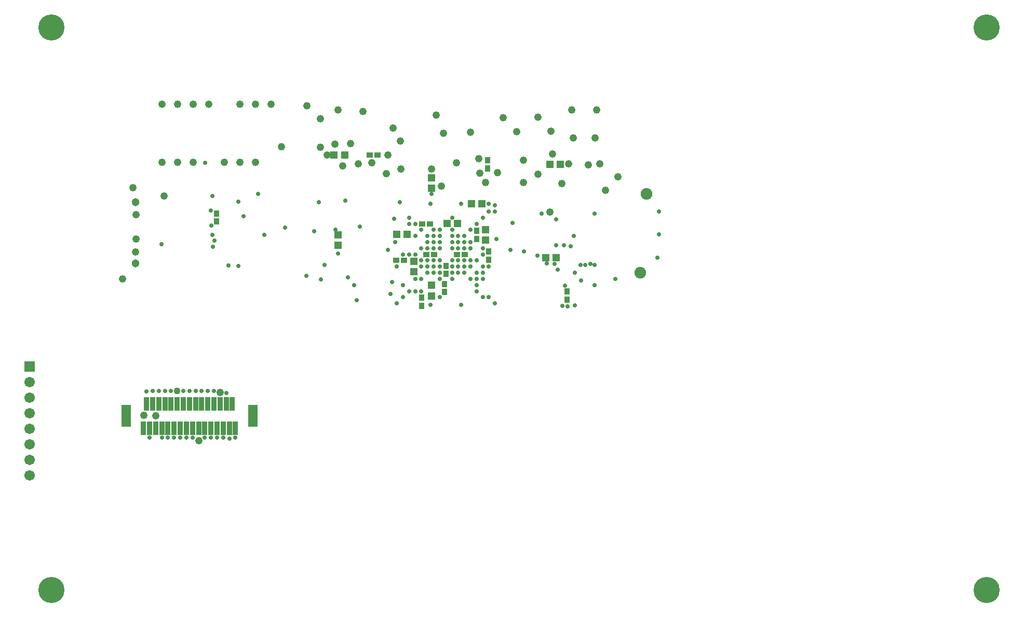
<source format=gbs>
%FSLAX24Y24*%
%MOIN*%
G70*
G01*
G75*
G04 Layer_Color=16711935*
G04 Layer_Color=16711935*
%ADD10R,0.0394X0.0433*%
%ADD11C,0.0177*%
%ADD12R,0.0748X0.0197*%
%ADD13R,0.0197X0.0748*%
%ADD14R,0.0177X0.0669*%
%ADD15R,0.0177X0.0669*%
%ADD16R,0.0500X0.1449*%
%ADD17R,0.0787X0.0551*%
%ADD18R,0.1083X0.0394*%
%ADD19R,0.0945X0.0354*%
%ADD20R,0.0433X0.0394*%
%ADD21R,0.1024X0.0945*%
%ADD22R,0.0630X0.0709*%
%ADD23R,0.0945X0.1024*%
%ADD24R,0.1000X0.1400*%
%ADD25R,0.0300X0.0600*%
%ADD26R,0.0709X0.0630*%
%ADD27R,0.0630X0.0512*%
%ADD28C,0.0060*%
%ADD29C,0.0120*%
%ADD30C,0.0200*%
%ADD31C,0.0110*%
%ADD32C,0.0160*%
%ADD33C,0.0300*%
%ADD34C,0.0080*%
%ADD35C,0.0100*%
%ADD36R,0.0591X0.0591*%
%ADD37C,0.0591*%
%ADD38C,0.1600*%
%ADD39C,0.0433*%
%ADD40C,0.0669*%
%ADD41C,0.0200*%
%ADD42C,0.0400*%
%ADD43C,0.0350*%
%ADD44R,0.0276X0.0354*%
%ADD45R,0.0354X0.0276*%
%ADD46R,0.0276X0.0787*%
%ADD47R,0.0512X0.1339*%
%ADD48C,0.0098*%
%ADD49C,0.0079*%
%ADD50C,0.0070*%
%ADD51C,0.0040*%
%ADD52C,0.0600*%
%ADD53C,0.0150*%
%ADD54R,0.0098X0.1575*%
%ADD55R,0.0474X0.0513*%
%ADD56C,0.0217*%
%ADD57R,0.0828X0.0277*%
%ADD58R,0.0277X0.0828*%
%ADD59R,0.0257X0.0749*%
%ADD60R,0.0257X0.0749*%
%ADD61R,0.0580X0.1529*%
%ADD62R,0.0867X0.0631*%
%ADD63R,0.1163X0.0474*%
%ADD64R,0.1025X0.0434*%
%ADD65R,0.0513X0.0474*%
%ADD66R,0.1104X0.1025*%
%ADD67R,0.0710X0.0789*%
%ADD68R,0.1025X0.1104*%
%ADD69R,0.1080X0.1480*%
%ADD70R,0.0380X0.0680*%
%ADD71R,0.0789X0.0710*%
%ADD72R,0.0710X0.0592*%
%ADD73R,0.0671X0.0671*%
%ADD74C,0.0671*%
%ADD75C,0.1680*%
%ADD76C,0.0513*%
%ADD77C,0.0749*%
%ADD78C,0.0280*%
%ADD79C,0.0480*%
%ADD80C,0.0430*%
%ADD81R,0.0356X0.0434*%
%ADD82R,0.0434X0.0356*%
%ADD83R,0.0356X0.0867*%
%ADD84R,0.0592X0.1419*%
D55*
X41400Y54335D02*
D03*
Y53665D02*
D03*
X35400Y50652D02*
D03*
Y49983D02*
D03*
X40256Y48976D02*
D03*
Y48306D02*
D03*
X44882Y50335D02*
D03*
Y51005D02*
D03*
X41400Y46748D02*
D03*
Y47417D02*
D03*
D65*
X49652Y55200D02*
D03*
X48983D02*
D03*
X35148Y55800D02*
D03*
X35817D02*
D03*
X49392Y49215D02*
D03*
X48723D02*
D03*
X39822Y50689D02*
D03*
X39153D02*
D03*
X44645Y52657D02*
D03*
X43976D02*
D03*
X43052Y51400D02*
D03*
X42383D02*
D03*
D73*
X15600Y42200D02*
D03*
D74*
Y41200D02*
D03*
Y40200D02*
D03*
Y39200D02*
D03*
Y38200D02*
D03*
Y37200D02*
D03*
Y36200D02*
D03*
Y35200D02*
D03*
D75*
X17000Y27819D02*
D03*
X77039D02*
D03*
Y64000D02*
D03*
X17000D02*
D03*
D76*
X22400Y52769D02*
D03*
Y48832D02*
D03*
D77*
X55200Y53283D02*
D03*
X54806Y48232D02*
D03*
D78*
X39961Y51378D02*
D03*
X39000Y51700D02*
D03*
X24066Y50050D02*
D03*
X41400Y53285D02*
D03*
X26870Y55315D02*
D03*
X41929Y50984D02*
D03*
X35236D02*
D03*
X35400Y49475D02*
D03*
X31988Y51143D02*
D03*
X45079Y52657D02*
D03*
X43898Y50197D02*
D03*
X44685Y49803D02*
D03*
X40748Y47047D02*
D03*
X39961Y49409D02*
D03*
X40354Y50591D02*
D03*
X41535Y50984D02*
D03*
X49970Y47399D02*
D03*
X49803Y46100D02*
D03*
X50128Y46081D02*
D03*
X50584Y46143D02*
D03*
X49304Y48813D02*
D03*
X48793Y48819D02*
D03*
X40354Y47047D02*
D03*
X39961D02*
D03*
X38878Y47638D02*
D03*
X40748Y48622D02*
D03*
X50987Y47739D02*
D03*
X44685Y47835D02*
D03*
X44685Y48622D02*
D03*
X51863Y47448D02*
D03*
X50591Y48228D02*
D03*
X44685D02*
D03*
X36808Y51184D02*
D03*
X34547Y48720D02*
D03*
X29000Y52791D02*
D03*
X40354Y49409D02*
D03*
X29331Y51870D02*
D03*
X33858Y50886D02*
D03*
X27337Y53175D02*
D03*
X38583Y49705D02*
D03*
X38780Y46850D02*
D03*
X44291Y47047D02*
D03*
X44291Y48228D02*
D03*
X49508Y48425D02*
D03*
X49409Y50000D02*
D03*
X44291Y49016D02*
D03*
X27328Y50655D02*
D03*
X33366Y48032D02*
D03*
X27461Y50295D02*
D03*
X27362Y49902D02*
D03*
X36417Y47441D02*
D03*
X55893Y49200D02*
D03*
X56004Y50689D02*
D03*
Y52165D02*
D03*
X29000Y48657D02*
D03*
X28370Y48697D02*
D03*
X27264Y51280D02*
D03*
X27230Y52230D02*
D03*
X30260Y53303D02*
D03*
X30675Y50655D02*
D03*
X45472Y46260D02*
D03*
X44685Y46654D02*
D03*
X44291Y47441D02*
D03*
X36024Y47933D02*
D03*
X45472Y52559D02*
D03*
X45079Y52165D02*
D03*
Y46654D02*
D03*
X36614Y46457D02*
D03*
X39567Y46654D02*
D03*
X39173Y46260D02*
D03*
X41929Y46654D02*
D03*
X43307Y46161D02*
D03*
X41339Y46161D02*
D03*
X45472Y52165D02*
D03*
X34154Y52756D02*
D03*
X35880Y52854D02*
D03*
X44685Y51772D02*
D03*
X43307Y52657D02*
D03*
X41339D02*
D03*
X39370Y52756D02*
D03*
X39961Y51772D02*
D03*
X47343Y49606D02*
D03*
X49409Y51673D02*
D03*
X46600Y51423D02*
D03*
X46457Y49705D02*
D03*
X44685Y49409D02*
D03*
X45571Y50394D02*
D03*
X45079Y48622D02*
D03*
X39173D02*
D03*
X39075Y50197D02*
D03*
X42717Y50984D02*
D03*
Y50591D02*
D03*
X43110D02*
D03*
X43504D02*
D03*
X43110Y50197D02*
D03*
X42717D02*
D03*
Y49803D02*
D03*
X43110D02*
D03*
X43504D02*
D03*
Y50197D02*
D03*
X43898Y49803D02*
D03*
Y50984D02*
D03*
X44291Y51378D02*
D03*
X42717Y49016D02*
D03*
X43110D02*
D03*
X43504D02*
D03*
X43898D02*
D03*
X43504Y48622D02*
D03*
X43110D02*
D03*
X42717D02*
D03*
Y48228D02*
D03*
X43110D02*
D03*
X43504D02*
D03*
X42717Y47835D02*
D03*
X43898D02*
D03*
X44291D02*
D03*
X43898Y48622D02*
D03*
X51280Y48720D02*
D03*
X51870D02*
D03*
X51607Y48786D02*
D03*
X50975Y48720D02*
D03*
X48201Y49339D02*
D03*
X50328Y49918D02*
D03*
X49902Y50000D02*
D03*
X51862Y52026D02*
D03*
X48466D02*
D03*
X41929Y50591D02*
D03*
Y50197D02*
D03*
Y49803D02*
D03*
X41535D02*
D03*
X41142Y50197D02*
D03*
Y50591D02*
D03*
X41535Y50197D02*
D03*
Y50591D02*
D03*
X40748Y50984D02*
D03*
X40354Y51378D02*
D03*
X40748Y49803D02*
D03*
X41142D02*
D03*
X41929Y49016D02*
D03*
X41535D02*
D03*
X41142D02*
D03*
X40748D02*
D03*
X41929Y48622D02*
D03*
X41535D02*
D03*
X41142D02*
D03*
Y48228D02*
D03*
X41535D02*
D03*
X41929D02*
D03*
Y47835D02*
D03*
X40748D02*
D03*
X40354D02*
D03*
X39567Y47441D02*
D03*
X34301Y47785D02*
D03*
X39567Y49409D02*
D03*
X50532Y50600D02*
D03*
X53200Y47833D02*
D03*
X42717Y51772D02*
D03*
X23102Y40602D02*
D03*
X23496Y40622D02*
D03*
X23890D02*
D03*
X24283D02*
D03*
X24677D02*
D03*
X25465D02*
D03*
X26252D02*
D03*
X26646D02*
D03*
X27039D02*
D03*
X27433D02*
D03*
X25858Y40622D02*
D03*
X23299Y37630D02*
D03*
X24087D02*
D03*
X24480D02*
D03*
X24874D02*
D03*
X25268D02*
D03*
X25661D02*
D03*
X26055D02*
D03*
X26843D02*
D03*
X27236D02*
D03*
X27630D02*
D03*
X28024D02*
D03*
X28811D02*
D03*
X28417Y37571D02*
D03*
X28221Y40484D02*
D03*
D79*
X30100Y55333D02*
D03*
X31765Y56326D02*
D03*
X21555Y47835D02*
D03*
X22392Y49557D02*
D03*
X22441Y50394D02*
D03*
Y51968D02*
D03*
X22244Y53691D02*
D03*
X24232Y53162D02*
D03*
X24100Y55331D02*
D03*
X25100D02*
D03*
X26100D02*
D03*
X28100D02*
D03*
X29100D02*
D03*
X31100Y59069D02*
D03*
X30100D02*
D03*
X29100D02*
D03*
X27100D02*
D03*
X26100D02*
D03*
X25100D02*
D03*
X24100D02*
D03*
X53367Y54400D02*
D03*
X52215Y55217D02*
D03*
X51476Y55167D02*
D03*
X49768Y53951D02*
D03*
X50197Y55217D02*
D03*
X48228Y54577D02*
D03*
X47293Y55463D02*
D03*
X49065Y57333D02*
D03*
X48228Y58218D02*
D03*
X49163Y55856D02*
D03*
X49000Y52132D02*
D03*
X52559Y53543D02*
D03*
X47293Y54035D02*
D03*
X44882D02*
D03*
X45620Y54675D02*
D03*
X46878Y57306D02*
D03*
X46000Y58205D02*
D03*
X44488Y54626D02*
D03*
X44439Y55561D02*
D03*
X43012Y55315D02*
D03*
X42028Y53789D02*
D03*
X41400Y54909D02*
D03*
X39442Y54894D02*
D03*
X39383Y56706D02*
D03*
X36700Y55229D02*
D03*
X38507Y54600D02*
D03*
X37549Y55315D02*
D03*
X38590Y55800D02*
D03*
X36200Y56525D02*
D03*
X35700Y55097D02*
D03*
X35200Y56483D02*
D03*
X34688Y55800D02*
D03*
X34252Y56299D02*
D03*
Y58120D02*
D03*
X33415Y58957D02*
D03*
X38927Y57530D02*
D03*
X41683Y58366D02*
D03*
X43900Y57269D02*
D03*
X42168Y57200D02*
D03*
X37000Y58600D02*
D03*
X35400Y58700D02*
D03*
X52000D02*
D03*
X50400D02*
D03*
X51900Y56900D02*
D03*
X50500D02*
D03*
X22933Y39075D02*
D03*
X23693Y39047D02*
D03*
X26449Y37429D02*
D03*
X27827Y40524D02*
D03*
D80*
X25071Y40622D02*
D03*
D81*
X45000Y55456D02*
D03*
Y54944D02*
D03*
X50098Y46515D02*
D03*
Y47027D02*
D03*
X27600Y51517D02*
D03*
Y52029D02*
D03*
X45079Y49074D02*
D03*
Y49586D02*
D03*
X40750Y46105D02*
D03*
Y46616D02*
D03*
X44291Y50926D02*
D03*
Y50414D02*
D03*
X42224Y47500D02*
D03*
Y46988D02*
D03*
X42323Y48169D02*
D03*
Y48681D02*
D03*
D82*
X37938Y55800D02*
D03*
X37427D02*
D03*
X39133Y49016D02*
D03*
X39645D02*
D03*
X40787Y51378D02*
D03*
X41299D02*
D03*
X43544Y49409D02*
D03*
X43032D02*
D03*
X41062Y49400D02*
D03*
X41573D02*
D03*
D83*
X28614Y39815D02*
D03*
X28811Y38240D02*
D03*
X28221Y39815D02*
D03*
X27827D02*
D03*
X27433D02*
D03*
X27039D02*
D03*
X26646D02*
D03*
X26252D02*
D03*
X25858D02*
D03*
X25465D02*
D03*
X25071D02*
D03*
X24677D02*
D03*
X24283D02*
D03*
X23890D02*
D03*
X23496D02*
D03*
X23102D02*
D03*
X28417Y38240D02*
D03*
X28024D02*
D03*
X27630D02*
D03*
X27236D02*
D03*
X26843D02*
D03*
X26449D02*
D03*
X26055D02*
D03*
X25661D02*
D03*
X25268D02*
D03*
X24874D02*
D03*
X24480D02*
D03*
X24087D02*
D03*
X23693D02*
D03*
X23299D02*
D03*
X22906D02*
D03*
D84*
X21783Y39028D02*
D03*
X29933D02*
D03*
M02*

</source>
